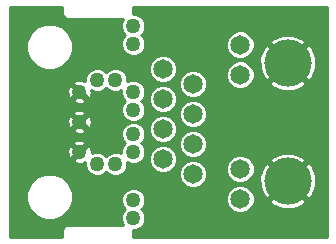
<source format=gbr>
G04 #@! TF.FileFunction,Copper,L2,Inr,Plane*
%FSLAX46Y46*%
G04 Gerber Fmt 4.6, Leading zero omitted, Abs format (unit mm)*
G04 Created by KiCad (PCBNEW 4.0.7) date Sun Apr 29 11:23:18 2018*
%MOMM*%
%LPD*%
G01*
G04 APERTURE LIST*
%ADD10C,0.100000*%
%ADD11C,1.270000*%
%ADD12C,1.651000*%
%ADD13C,4.000000*%
%ADD14C,1.143000*%
%ADD15C,0.254000*%
G04 APERTURE END LIST*
D10*
D11*
X134620000Y-104140000D03*
X134620000Y-99060000D03*
X134620000Y-101600000D03*
D12*
X144250000Y-106040000D03*
X141710000Y-104770000D03*
X144250000Y-103500000D03*
X141710000Y-102230000D03*
X144250000Y-100960000D03*
X141710000Y-99690000D03*
X144250000Y-98420000D03*
X141710000Y-97150000D03*
D13*
X152250000Y-106600000D03*
X152250000Y-96600000D03*
D12*
X148250000Y-108130000D03*
X148250000Y-105590000D03*
X148250000Y-97610000D03*
X148250000Y-95070000D03*
D14*
X129540000Y-101600000D03*
D11*
X136144000Y-98044000D03*
X137668000Y-98044000D03*
X139192000Y-99060000D03*
X139192000Y-100584000D03*
X139192000Y-102616000D03*
X139192000Y-104140000D03*
X137668000Y-105156000D03*
X136144000Y-105156000D03*
X139192000Y-109728000D03*
X139192000Y-108204000D03*
X139192000Y-94996000D03*
X139192000Y-93472000D03*
D15*
G36*
X133173254Y-92456000D02*
X133206043Y-92620839D01*
X133299417Y-92760583D01*
X133439161Y-92853957D01*
X133604000Y-92886746D01*
X138340539Y-92886746D01*
X138331394Y-92895875D01*
X138176430Y-93269069D01*
X138176078Y-93673158D01*
X138330390Y-94046622D01*
X138517517Y-94234076D01*
X138331394Y-94419875D01*
X138176430Y-94793069D01*
X138176078Y-95197158D01*
X138330390Y-95570622D01*
X138615875Y-95856606D01*
X138989069Y-96011570D01*
X139393158Y-96011922D01*
X139766622Y-95857610D01*
X140052606Y-95572125D01*
X140161913Y-95308885D01*
X147043545Y-95308885D01*
X147226798Y-95752391D01*
X147565824Y-96092010D01*
X148009010Y-96276036D01*
X148488885Y-96276455D01*
X148776526Y-96157604D01*
X149863266Y-96157604D01*
X149875648Y-97104643D01*
X150214243Y-97922084D01*
X150513528Y-98156867D01*
X152070395Y-96600000D01*
X152429605Y-96600000D01*
X153986472Y-98156867D01*
X154285757Y-97922084D01*
X154636734Y-97042396D01*
X154624352Y-96095357D01*
X154285757Y-95277916D01*
X153986472Y-95043133D01*
X152429605Y-96600000D01*
X152070395Y-96600000D01*
X150513528Y-95043133D01*
X150214243Y-95277916D01*
X149863266Y-96157604D01*
X148776526Y-96157604D01*
X148932391Y-96093202D01*
X149272010Y-95754176D01*
X149456036Y-95310990D01*
X149456426Y-94863528D01*
X150693133Y-94863528D01*
X152250000Y-96420395D01*
X153806867Y-94863528D01*
X153572084Y-94564243D01*
X152692396Y-94213266D01*
X151745357Y-94225648D01*
X150927916Y-94564243D01*
X150693133Y-94863528D01*
X149456426Y-94863528D01*
X149456455Y-94831115D01*
X149273202Y-94387609D01*
X148934176Y-94047990D01*
X148490990Y-93863964D01*
X148011115Y-93863545D01*
X147567609Y-94046798D01*
X147227990Y-94385824D01*
X147043964Y-94829010D01*
X147043545Y-95308885D01*
X140161913Y-95308885D01*
X140207570Y-95198931D01*
X140207922Y-94794842D01*
X140053610Y-94421378D01*
X139866483Y-94233924D01*
X140052606Y-94048125D01*
X140207570Y-93674931D01*
X140207922Y-93270842D01*
X140053610Y-92897378D01*
X139768125Y-92611394D01*
X139394931Y-92456430D01*
X139114709Y-92456186D01*
X139114746Y-92456000D01*
X139114746Y-91870746D01*
X155569254Y-91870746D01*
X155569254Y-111329254D01*
X139114746Y-111329254D01*
X139114746Y-110744000D01*
X139114682Y-110743679D01*
X139393158Y-110743922D01*
X139766622Y-110589610D01*
X140052606Y-110304125D01*
X140207570Y-109930931D01*
X140207922Y-109526842D01*
X140053610Y-109153378D01*
X139866483Y-108965924D01*
X140052606Y-108780125D01*
X140207570Y-108406931D01*
X140207603Y-108368885D01*
X147043545Y-108368885D01*
X147226798Y-108812391D01*
X147565824Y-109152010D01*
X148009010Y-109336036D01*
X148488885Y-109336455D01*
X148932391Y-109153202D01*
X149272010Y-108814176D01*
X149456036Y-108370990D01*
X149456066Y-108336472D01*
X150693133Y-108336472D01*
X150927916Y-108635757D01*
X151807604Y-108986734D01*
X152754643Y-108974352D01*
X153572084Y-108635757D01*
X153806867Y-108336472D01*
X152250000Y-106779605D01*
X150693133Y-108336472D01*
X149456066Y-108336472D01*
X149456455Y-107891115D01*
X149273202Y-107447609D01*
X148934176Y-107107990D01*
X148490990Y-106923964D01*
X148011115Y-106923545D01*
X147567609Y-107106798D01*
X147227990Y-107445824D01*
X147043964Y-107889010D01*
X147043545Y-108368885D01*
X140207603Y-108368885D01*
X140207922Y-108002842D01*
X140053610Y-107629378D01*
X139768125Y-107343394D01*
X139394931Y-107188430D01*
X138990842Y-107188078D01*
X138617378Y-107342390D01*
X138331394Y-107627875D01*
X138176430Y-108001069D01*
X138176078Y-108405158D01*
X138330390Y-108778622D01*
X138517517Y-108966076D01*
X138331394Y-109151875D01*
X138176430Y-109525069D01*
X138176078Y-109929158D01*
X138330390Y-110302622D01*
X138341003Y-110313254D01*
X133604000Y-110313254D01*
X133439161Y-110346043D01*
X133299417Y-110439417D01*
X133206043Y-110579161D01*
X133173254Y-110744000D01*
X133173254Y-111329254D01*
X128700746Y-111329254D01*
X128700746Y-108339791D01*
X130111413Y-108339791D01*
X130410429Y-109063465D01*
X130963623Y-109617625D01*
X131686774Y-109917903D01*
X132469791Y-109918587D01*
X133193465Y-109619571D01*
X133747625Y-109066377D01*
X134047903Y-108343226D01*
X134048587Y-107560209D01*
X133749571Y-106836535D01*
X133196377Y-106282375D01*
X133187973Y-106278885D01*
X143043545Y-106278885D01*
X143226798Y-106722391D01*
X143565824Y-107062010D01*
X144009010Y-107246036D01*
X144488885Y-107246455D01*
X144932391Y-107063202D01*
X145272010Y-106724176D01*
X145456036Y-106280990D01*
X145456430Y-105828885D01*
X147043545Y-105828885D01*
X147226798Y-106272391D01*
X147565824Y-106612010D01*
X148009010Y-106796036D01*
X148488885Y-106796455D01*
X148932391Y-106613202D01*
X149272010Y-106274176D01*
X149320414Y-106157604D01*
X149863266Y-106157604D01*
X149875648Y-107104643D01*
X150214243Y-107922084D01*
X150513528Y-108156867D01*
X152070395Y-106600000D01*
X152429605Y-106600000D01*
X153986472Y-108156867D01*
X154285757Y-107922084D01*
X154636734Y-107042396D01*
X154624352Y-106095357D01*
X154285757Y-105277916D01*
X153986472Y-105043133D01*
X152429605Y-106600000D01*
X152070395Y-106600000D01*
X150513528Y-105043133D01*
X150214243Y-105277916D01*
X149863266Y-106157604D01*
X149320414Y-106157604D01*
X149456036Y-105830990D01*
X149456455Y-105351115D01*
X149273202Y-104907609D01*
X149229198Y-104863528D01*
X150693133Y-104863528D01*
X152250000Y-106420395D01*
X153806867Y-104863528D01*
X153572084Y-104564243D01*
X152692396Y-104213266D01*
X151745357Y-104225648D01*
X150927916Y-104564243D01*
X150693133Y-104863528D01*
X149229198Y-104863528D01*
X148934176Y-104567990D01*
X148490990Y-104383964D01*
X148011115Y-104383545D01*
X147567609Y-104566798D01*
X147227990Y-104905824D01*
X147043964Y-105349010D01*
X147043545Y-105828885D01*
X145456430Y-105828885D01*
X145456455Y-105801115D01*
X145273202Y-105357609D01*
X144934176Y-105017990D01*
X144490990Y-104833964D01*
X144011115Y-104833545D01*
X143567609Y-105016798D01*
X143227990Y-105355824D01*
X143043964Y-105799010D01*
X143043545Y-106278885D01*
X133187973Y-106278885D01*
X132473226Y-105982097D01*
X131690209Y-105981413D01*
X130966535Y-106280429D01*
X130412375Y-106833623D01*
X130112097Y-107556774D01*
X130111413Y-108339791D01*
X128700746Y-108339791D01*
X128700746Y-104888716D01*
X134050889Y-104888716D01*
X134118601Y-105046181D01*
X134503549Y-105169079D01*
X134906225Y-105135309D01*
X135121399Y-105046181D01*
X135128363Y-105029986D01*
X135128078Y-105357158D01*
X135282390Y-105730622D01*
X135567875Y-106016606D01*
X135941069Y-106171570D01*
X136345158Y-106171922D01*
X136718622Y-106017610D01*
X136906076Y-105830483D01*
X137091875Y-106016606D01*
X137465069Y-106171570D01*
X137869158Y-106171922D01*
X138242622Y-106017610D01*
X138528606Y-105732125D01*
X138683570Y-105358931D01*
X138683858Y-105028835D01*
X138989069Y-105155570D01*
X139393158Y-105155922D01*
X139749015Y-105008885D01*
X140503545Y-105008885D01*
X140686798Y-105452391D01*
X141025824Y-105792010D01*
X141469010Y-105976036D01*
X141948885Y-105976455D01*
X142392391Y-105793202D01*
X142732010Y-105454176D01*
X142916036Y-105010990D01*
X142916455Y-104531115D01*
X142733202Y-104087609D01*
X142394176Y-103747990D01*
X142372249Y-103738885D01*
X143043545Y-103738885D01*
X143226798Y-104182391D01*
X143565824Y-104522010D01*
X144009010Y-104706036D01*
X144488885Y-104706455D01*
X144932391Y-104523202D01*
X145272010Y-104184176D01*
X145456036Y-103740990D01*
X145456455Y-103261115D01*
X145273202Y-102817609D01*
X144934176Y-102477990D01*
X144490990Y-102293964D01*
X144011115Y-102293545D01*
X143567609Y-102476798D01*
X143227990Y-102815824D01*
X143043964Y-103259010D01*
X143043545Y-103738885D01*
X142372249Y-103738885D01*
X141950990Y-103563964D01*
X141471115Y-103563545D01*
X141027609Y-103746798D01*
X140687990Y-104085824D01*
X140503964Y-104529010D01*
X140503545Y-105008885D01*
X139749015Y-105008885D01*
X139766622Y-105001610D01*
X140052606Y-104716125D01*
X140207570Y-104342931D01*
X140207922Y-103938842D01*
X140053610Y-103565378D01*
X139866483Y-103377924D01*
X140052606Y-103192125D01*
X140207570Y-102818931D01*
X140207874Y-102468885D01*
X140503545Y-102468885D01*
X140686798Y-102912391D01*
X141025824Y-103252010D01*
X141469010Y-103436036D01*
X141948885Y-103436455D01*
X142392391Y-103253202D01*
X142732010Y-102914176D01*
X142916036Y-102470990D01*
X142916455Y-101991115D01*
X142733202Y-101547609D01*
X142394176Y-101207990D01*
X142372249Y-101198885D01*
X143043545Y-101198885D01*
X143226798Y-101642391D01*
X143565824Y-101982010D01*
X144009010Y-102166036D01*
X144488885Y-102166455D01*
X144932391Y-101983202D01*
X145272010Y-101644176D01*
X145456036Y-101200990D01*
X145456455Y-100721115D01*
X145273202Y-100277609D01*
X144934176Y-99937990D01*
X144490990Y-99753964D01*
X144011115Y-99753545D01*
X143567609Y-99936798D01*
X143227990Y-100275824D01*
X143043964Y-100719010D01*
X143043545Y-101198885D01*
X142372249Y-101198885D01*
X141950990Y-101023964D01*
X141471115Y-101023545D01*
X141027609Y-101206798D01*
X140687990Y-101545824D01*
X140503964Y-101989010D01*
X140503545Y-102468885D01*
X140207874Y-102468885D01*
X140207922Y-102414842D01*
X140053610Y-102041378D01*
X139768125Y-101755394D01*
X139394931Y-101600430D01*
X138990842Y-101600078D01*
X138617378Y-101754390D01*
X138331394Y-102039875D01*
X138176430Y-102413069D01*
X138176078Y-102817158D01*
X138330390Y-103190622D01*
X138517517Y-103378076D01*
X138331394Y-103563875D01*
X138176430Y-103937069D01*
X138176142Y-104267165D01*
X137870931Y-104140430D01*
X137466842Y-104140078D01*
X137093378Y-104294390D01*
X136905924Y-104481517D01*
X136720125Y-104295394D01*
X136346931Y-104140430D01*
X135942842Y-104140078D01*
X135647237Y-104262219D01*
X135649079Y-104256451D01*
X135615309Y-103853775D01*
X135526181Y-103638601D01*
X135368716Y-103570889D01*
X134799605Y-104140000D01*
X134813748Y-104154143D01*
X134634143Y-104333748D01*
X134620000Y-104319605D01*
X134050889Y-104888716D01*
X128700746Y-104888716D01*
X128700746Y-104023549D01*
X133590921Y-104023549D01*
X133624691Y-104426225D01*
X133713819Y-104641399D01*
X133871284Y-104709111D01*
X134440395Y-104140000D01*
X133871284Y-103570889D01*
X133713819Y-103638601D01*
X133590921Y-104023549D01*
X128700746Y-104023549D01*
X128700746Y-103391284D01*
X134050889Y-103391284D01*
X134620000Y-103960395D01*
X135189111Y-103391284D01*
X135121399Y-103233819D01*
X134736451Y-103110921D01*
X134333775Y-103144691D01*
X134118601Y-103233819D01*
X134050889Y-103391284D01*
X128700746Y-103391284D01*
X128700746Y-102348716D01*
X134050889Y-102348716D01*
X134118601Y-102506181D01*
X134503549Y-102629079D01*
X134906225Y-102595309D01*
X135121399Y-102506181D01*
X135189111Y-102348716D01*
X134620000Y-101779605D01*
X134050889Y-102348716D01*
X128700746Y-102348716D01*
X128700746Y-101483549D01*
X133590921Y-101483549D01*
X133624691Y-101886225D01*
X133713819Y-102101399D01*
X133871284Y-102169111D01*
X134440395Y-101600000D01*
X134799605Y-101600000D01*
X135368716Y-102169111D01*
X135526181Y-102101399D01*
X135649079Y-101716451D01*
X135615309Y-101313775D01*
X135526181Y-101098601D01*
X135368716Y-101030889D01*
X134799605Y-101600000D01*
X134440395Y-101600000D01*
X133871284Y-101030889D01*
X133713819Y-101098601D01*
X133590921Y-101483549D01*
X128700746Y-101483549D01*
X128700746Y-100851284D01*
X134050889Y-100851284D01*
X134620000Y-101420395D01*
X135189111Y-100851284D01*
X135121399Y-100693819D01*
X134736451Y-100570921D01*
X134333775Y-100604691D01*
X134118601Y-100693819D01*
X134050889Y-100851284D01*
X128700746Y-100851284D01*
X128700746Y-99808716D01*
X134050889Y-99808716D01*
X134118601Y-99966181D01*
X134503549Y-100089079D01*
X134906225Y-100055309D01*
X135121399Y-99966181D01*
X135189111Y-99808716D01*
X134620000Y-99239605D01*
X134050889Y-99808716D01*
X128700746Y-99808716D01*
X128700746Y-98943549D01*
X133590921Y-98943549D01*
X133624691Y-99346225D01*
X133713819Y-99561399D01*
X133871284Y-99629111D01*
X134440395Y-99060000D01*
X133871284Y-98490889D01*
X133713819Y-98558601D01*
X133590921Y-98943549D01*
X128700746Y-98943549D01*
X128700746Y-98311284D01*
X134050889Y-98311284D01*
X134620000Y-98880395D01*
X134634143Y-98866253D01*
X134813748Y-99045858D01*
X134799605Y-99060000D01*
X135368716Y-99629111D01*
X135526181Y-99561399D01*
X135649079Y-99176451D01*
X135628388Y-98929733D01*
X135941069Y-99059570D01*
X136345158Y-99059922D01*
X136718622Y-98905610D01*
X136906076Y-98718483D01*
X137091875Y-98904606D01*
X137465069Y-99059570D01*
X137869158Y-99059922D01*
X138176364Y-98932987D01*
X138176078Y-99261158D01*
X138330390Y-99634622D01*
X138517517Y-99822076D01*
X138331394Y-100007875D01*
X138176430Y-100381069D01*
X138176078Y-100785158D01*
X138330390Y-101158622D01*
X138615875Y-101444606D01*
X138989069Y-101599570D01*
X139393158Y-101599922D01*
X139766622Y-101445610D01*
X140052606Y-101160125D01*
X140207570Y-100786931D01*
X140207922Y-100382842D01*
X140053610Y-100009378D01*
X139973258Y-99928885D01*
X140503545Y-99928885D01*
X140686798Y-100372391D01*
X141025824Y-100712010D01*
X141469010Y-100896036D01*
X141948885Y-100896455D01*
X142392391Y-100713202D01*
X142732010Y-100374176D01*
X142916036Y-99930990D01*
X142916455Y-99451115D01*
X142733202Y-99007609D01*
X142394176Y-98667990D01*
X142372249Y-98658885D01*
X143043545Y-98658885D01*
X143226798Y-99102391D01*
X143565824Y-99442010D01*
X144009010Y-99626036D01*
X144488885Y-99626455D01*
X144932391Y-99443202D01*
X145272010Y-99104176D01*
X145456036Y-98660990D01*
X145456455Y-98181115D01*
X145319181Y-97848885D01*
X147043545Y-97848885D01*
X147226798Y-98292391D01*
X147565824Y-98632010D01*
X148009010Y-98816036D01*
X148488885Y-98816455D01*
X148932391Y-98633202D01*
X149229640Y-98336472D01*
X150693133Y-98336472D01*
X150927916Y-98635757D01*
X151807604Y-98986734D01*
X152754643Y-98974352D01*
X153572084Y-98635757D01*
X153806867Y-98336472D01*
X152250000Y-96779605D01*
X150693133Y-98336472D01*
X149229640Y-98336472D01*
X149272010Y-98294176D01*
X149456036Y-97850990D01*
X149456455Y-97371115D01*
X149273202Y-96927609D01*
X148934176Y-96587990D01*
X148490990Y-96403964D01*
X148011115Y-96403545D01*
X147567609Y-96586798D01*
X147227990Y-96925824D01*
X147043964Y-97369010D01*
X147043545Y-97848885D01*
X145319181Y-97848885D01*
X145273202Y-97737609D01*
X144934176Y-97397990D01*
X144490990Y-97213964D01*
X144011115Y-97213545D01*
X143567609Y-97396798D01*
X143227990Y-97735824D01*
X143043964Y-98179010D01*
X143043545Y-98658885D01*
X142372249Y-98658885D01*
X141950990Y-98483964D01*
X141471115Y-98483545D01*
X141027609Y-98666798D01*
X140687990Y-99005824D01*
X140503964Y-99449010D01*
X140503545Y-99928885D01*
X139973258Y-99928885D01*
X139866483Y-99821924D01*
X140052606Y-99636125D01*
X140207570Y-99262931D01*
X140207922Y-98858842D01*
X140053610Y-98485378D01*
X139768125Y-98199394D01*
X139394931Y-98044430D01*
X138990842Y-98044078D01*
X138683636Y-98171013D01*
X138683922Y-97842842D01*
X138529610Y-97469378D01*
X138449258Y-97388885D01*
X140503545Y-97388885D01*
X140686798Y-97832391D01*
X141025824Y-98172010D01*
X141469010Y-98356036D01*
X141948885Y-98356455D01*
X142392391Y-98173202D01*
X142732010Y-97834176D01*
X142916036Y-97390990D01*
X142916455Y-96911115D01*
X142733202Y-96467609D01*
X142394176Y-96127990D01*
X141950990Y-95943964D01*
X141471115Y-95943545D01*
X141027609Y-96126798D01*
X140687990Y-96465824D01*
X140503964Y-96909010D01*
X140503545Y-97388885D01*
X138449258Y-97388885D01*
X138244125Y-97183394D01*
X137870931Y-97028430D01*
X137466842Y-97028078D01*
X137093378Y-97182390D01*
X136905924Y-97369517D01*
X136720125Y-97183394D01*
X136346931Y-97028430D01*
X135942842Y-97028078D01*
X135569378Y-97182390D01*
X135283394Y-97467875D01*
X135128430Y-97841069D01*
X135128144Y-98169504D01*
X135121399Y-98153819D01*
X134736451Y-98030921D01*
X134333775Y-98064691D01*
X134118601Y-98153819D01*
X134050889Y-98311284D01*
X128700746Y-98311284D01*
X128700746Y-95639791D01*
X130111413Y-95639791D01*
X130410429Y-96363465D01*
X130963623Y-96917625D01*
X131686774Y-97217903D01*
X132469791Y-97218587D01*
X133193465Y-96919571D01*
X133747625Y-96366377D01*
X134047903Y-95643226D01*
X134048587Y-94860209D01*
X133749571Y-94136535D01*
X133196377Y-93582375D01*
X132473226Y-93282097D01*
X131690209Y-93281413D01*
X130966535Y-93580429D01*
X130412375Y-94133623D01*
X130112097Y-94856774D01*
X130111413Y-95639791D01*
X128700746Y-95639791D01*
X128700746Y-91870746D01*
X133173254Y-91870746D01*
X133173254Y-92456000D01*
X133173254Y-92456000D01*
G37*
X133173254Y-92456000D02*
X133206043Y-92620839D01*
X133299417Y-92760583D01*
X133439161Y-92853957D01*
X133604000Y-92886746D01*
X138340539Y-92886746D01*
X138331394Y-92895875D01*
X138176430Y-93269069D01*
X138176078Y-93673158D01*
X138330390Y-94046622D01*
X138517517Y-94234076D01*
X138331394Y-94419875D01*
X138176430Y-94793069D01*
X138176078Y-95197158D01*
X138330390Y-95570622D01*
X138615875Y-95856606D01*
X138989069Y-96011570D01*
X139393158Y-96011922D01*
X139766622Y-95857610D01*
X140052606Y-95572125D01*
X140161913Y-95308885D01*
X147043545Y-95308885D01*
X147226798Y-95752391D01*
X147565824Y-96092010D01*
X148009010Y-96276036D01*
X148488885Y-96276455D01*
X148776526Y-96157604D01*
X149863266Y-96157604D01*
X149875648Y-97104643D01*
X150214243Y-97922084D01*
X150513528Y-98156867D01*
X152070395Y-96600000D01*
X152429605Y-96600000D01*
X153986472Y-98156867D01*
X154285757Y-97922084D01*
X154636734Y-97042396D01*
X154624352Y-96095357D01*
X154285757Y-95277916D01*
X153986472Y-95043133D01*
X152429605Y-96600000D01*
X152070395Y-96600000D01*
X150513528Y-95043133D01*
X150214243Y-95277916D01*
X149863266Y-96157604D01*
X148776526Y-96157604D01*
X148932391Y-96093202D01*
X149272010Y-95754176D01*
X149456036Y-95310990D01*
X149456426Y-94863528D01*
X150693133Y-94863528D01*
X152250000Y-96420395D01*
X153806867Y-94863528D01*
X153572084Y-94564243D01*
X152692396Y-94213266D01*
X151745357Y-94225648D01*
X150927916Y-94564243D01*
X150693133Y-94863528D01*
X149456426Y-94863528D01*
X149456455Y-94831115D01*
X149273202Y-94387609D01*
X148934176Y-94047990D01*
X148490990Y-93863964D01*
X148011115Y-93863545D01*
X147567609Y-94046798D01*
X147227990Y-94385824D01*
X147043964Y-94829010D01*
X147043545Y-95308885D01*
X140161913Y-95308885D01*
X140207570Y-95198931D01*
X140207922Y-94794842D01*
X140053610Y-94421378D01*
X139866483Y-94233924D01*
X140052606Y-94048125D01*
X140207570Y-93674931D01*
X140207922Y-93270842D01*
X140053610Y-92897378D01*
X139768125Y-92611394D01*
X139394931Y-92456430D01*
X139114709Y-92456186D01*
X139114746Y-92456000D01*
X139114746Y-91870746D01*
X155569254Y-91870746D01*
X155569254Y-111329254D01*
X139114746Y-111329254D01*
X139114746Y-110744000D01*
X139114682Y-110743679D01*
X139393158Y-110743922D01*
X139766622Y-110589610D01*
X140052606Y-110304125D01*
X140207570Y-109930931D01*
X140207922Y-109526842D01*
X140053610Y-109153378D01*
X139866483Y-108965924D01*
X140052606Y-108780125D01*
X140207570Y-108406931D01*
X140207603Y-108368885D01*
X147043545Y-108368885D01*
X147226798Y-108812391D01*
X147565824Y-109152010D01*
X148009010Y-109336036D01*
X148488885Y-109336455D01*
X148932391Y-109153202D01*
X149272010Y-108814176D01*
X149456036Y-108370990D01*
X149456066Y-108336472D01*
X150693133Y-108336472D01*
X150927916Y-108635757D01*
X151807604Y-108986734D01*
X152754643Y-108974352D01*
X153572084Y-108635757D01*
X153806867Y-108336472D01*
X152250000Y-106779605D01*
X150693133Y-108336472D01*
X149456066Y-108336472D01*
X149456455Y-107891115D01*
X149273202Y-107447609D01*
X148934176Y-107107990D01*
X148490990Y-106923964D01*
X148011115Y-106923545D01*
X147567609Y-107106798D01*
X147227990Y-107445824D01*
X147043964Y-107889010D01*
X147043545Y-108368885D01*
X140207603Y-108368885D01*
X140207922Y-108002842D01*
X140053610Y-107629378D01*
X139768125Y-107343394D01*
X139394931Y-107188430D01*
X138990842Y-107188078D01*
X138617378Y-107342390D01*
X138331394Y-107627875D01*
X138176430Y-108001069D01*
X138176078Y-108405158D01*
X138330390Y-108778622D01*
X138517517Y-108966076D01*
X138331394Y-109151875D01*
X138176430Y-109525069D01*
X138176078Y-109929158D01*
X138330390Y-110302622D01*
X138341003Y-110313254D01*
X133604000Y-110313254D01*
X133439161Y-110346043D01*
X133299417Y-110439417D01*
X133206043Y-110579161D01*
X133173254Y-110744000D01*
X133173254Y-111329254D01*
X128700746Y-111329254D01*
X128700746Y-108339791D01*
X130111413Y-108339791D01*
X130410429Y-109063465D01*
X130963623Y-109617625D01*
X131686774Y-109917903D01*
X132469791Y-109918587D01*
X133193465Y-109619571D01*
X133747625Y-109066377D01*
X134047903Y-108343226D01*
X134048587Y-107560209D01*
X133749571Y-106836535D01*
X133196377Y-106282375D01*
X133187973Y-106278885D01*
X143043545Y-106278885D01*
X143226798Y-106722391D01*
X143565824Y-107062010D01*
X144009010Y-107246036D01*
X144488885Y-107246455D01*
X144932391Y-107063202D01*
X145272010Y-106724176D01*
X145456036Y-106280990D01*
X145456430Y-105828885D01*
X147043545Y-105828885D01*
X147226798Y-106272391D01*
X147565824Y-106612010D01*
X148009010Y-106796036D01*
X148488885Y-106796455D01*
X148932391Y-106613202D01*
X149272010Y-106274176D01*
X149320414Y-106157604D01*
X149863266Y-106157604D01*
X149875648Y-107104643D01*
X150214243Y-107922084D01*
X150513528Y-108156867D01*
X152070395Y-106600000D01*
X152429605Y-106600000D01*
X153986472Y-108156867D01*
X154285757Y-107922084D01*
X154636734Y-107042396D01*
X154624352Y-106095357D01*
X154285757Y-105277916D01*
X153986472Y-105043133D01*
X152429605Y-106600000D01*
X152070395Y-106600000D01*
X150513528Y-105043133D01*
X150214243Y-105277916D01*
X149863266Y-106157604D01*
X149320414Y-106157604D01*
X149456036Y-105830990D01*
X149456455Y-105351115D01*
X149273202Y-104907609D01*
X149229198Y-104863528D01*
X150693133Y-104863528D01*
X152250000Y-106420395D01*
X153806867Y-104863528D01*
X153572084Y-104564243D01*
X152692396Y-104213266D01*
X151745357Y-104225648D01*
X150927916Y-104564243D01*
X150693133Y-104863528D01*
X149229198Y-104863528D01*
X148934176Y-104567990D01*
X148490990Y-104383964D01*
X148011115Y-104383545D01*
X147567609Y-104566798D01*
X147227990Y-104905824D01*
X147043964Y-105349010D01*
X147043545Y-105828885D01*
X145456430Y-105828885D01*
X145456455Y-105801115D01*
X145273202Y-105357609D01*
X144934176Y-105017990D01*
X144490990Y-104833964D01*
X144011115Y-104833545D01*
X143567609Y-105016798D01*
X143227990Y-105355824D01*
X143043964Y-105799010D01*
X143043545Y-106278885D01*
X133187973Y-106278885D01*
X132473226Y-105982097D01*
X131690209Y-105981413D01*
X130966535Y-106280429D01*
X130412375Y-106833623D01*
X130112097Y-107556774D01*
X130111413Y-108339791D01*
X128700746Y-108339791D01*
X128700746Y-104888716D01*
X134050889Y-104888716D01*
X134118601Y-105046181D01*
X134503549Y-105169079D01*
X134906225Y-105135309D01*
X135121399Y-105046181D01*
X135128363Y-105029986D01*
X135128078Y-105357158D01*
X135282390Y-105730622D01*
X135567875Y-106016606D01*
X135941069Y-106171570D01*
X136345158Y-106171922D01*
X136718622Y-106017610D01*
X136906076Y-105830483D01*
X137091875Y-106016606D01*
X137465069Y-106171570D01*
X137869158Y-106171922D01*
X138242622Y-106017610D01*
X138528606Y-105732125D01*
X138683570Y-105358931D01*
X138683858Y-105028835D01*
X138989069Y-105155570D01*
X139393158Y-105155922D01*
X139749015Y-105008885D01*
X140503545Y-105008885D01*
X140686798Y-105452391D01*
X141025824Y-105792010D01*
X141469010Y-105976036D01*
X141948885Y-105976455D01*
X142392391Y-105793202D01*
X142732010Y-105454176D01*
X142916036Y-105010990D01*
X142916455Y-104531115D01*
X142733202Y-104087609D01*
X142394176Y-103747990D01*
X142372249Y-103738885D01*
X143043545Y-103738885D01*
X143226798Y-104182391D01*
X143565824Y-104522010D01*
X144009010Y-104706036D01*
X144488885Y-104706455D01*
X144932391Y-104523202D01*
X145272010Y-104184176D01*
X145456036Y-103740990D01*
X145456455Y-103261115D01*
X145273202Y-102817609D01*
X144934176Y-102477990D01*
X144490990Y-102293964D01*
X144011115Y-102293545D01*
X143567609Y-102476798D01*
X143227990Y-102815824D01*
X143043964Y-103259010D01*
X143043545Y-103738885D01*
X142372249Y-103738885D01*
X141950990Y-103563964D01*
X141471115Y-103563545D01*
X141027609Y-103746798D01*
X140687990Y-104085824D01*
X140503964Y-104529010D01*
X140503545Y-105008885D01*
X139749015Y-105008885D01*
X139766622Y-105001610D01*
X140052606Y-104716125D01*
X140207570Y-104342931D01*
X140207922Y-103938842D01*
X140053610Y-103565378D01*
X139866483Y-103377924D01*
X140052606Y-103192125D01*
X140207570Y-102818931D01*
X140207874Y-102468885D01*
X140503545Y-102468885D01*
X140686798Y-102912391D01*
X141025824Y-103252010D01*
X141469010Y-103436036D01*
X141948885Y-103436455D01*
X142392391Y-103253202D01*
X142732010Y-102914176D01*
X142916036Y-102470990D01*
X142916455Y-101991115D01*
X142733202Y-101547609D01*
X142394176Y-101207990D01*
X142372249Y-101198885D01*
X143043545Y-101198885D01*
X143226798Y-101642391D01*
X143565824Y-101982010D01*
X144009010Y-102166036D01*
X144488885Y-102166455D01*
X144932391Y-101983202D01*
X145272010Y-101644176D01*
X145456036Y-101200990D01*
X145456455Y-100721115D01*
X145273202Y-100277609D01*
X144934176Y-99937990D01*
X144490990Y-99753964D01*
X144011115Y-99753545D01*
X143567609Y-99936798D01*
X143227990Y-100275824D01*
X143043964Y-100719010D01*
X143043545Y-101198885D01*
X142372249Y-101198885D01*
X141950990Y-101023964D01*
X141471115Y-101023545D01*
X141027609Y-101206798D01*
X140687990Y-101545824D01*
X140503964Y-101989010D01*
X140503545Y-102468885D01*
X140207874Y-102468885D01*
X140207922Y-102414842D01*
X140053610Y-102041378D01*
X139768125Y-101755394D01*
X139394931Y-101600430D01*
X138990842Y-101600078D01*
X138617378Y-101754390D01*
X138331394Y-102039875D01*
X138176430Y-102413069D01*
X138176078Y-102817158D01*
X138330390Y-103190622D01*
X138517517Y-103378076D01*
X138331394Y-103563875D01*
X138176430Y-103937069D01*
X138176142Y-104267165D01*
X137870931Y-104140430D01*
X137466842Y-104140078D01*
X137093378Y-104294390D01*
X136905924Y-104481517D01*
X136720125Y-104295394D01*
X136346931Y-104140430D01*
X135942842Y-104140078D01*
X135647237Y-104262219D01*
X135649079Y-104256451D01*
X135615309Y-103853775D01*
X135526181Y-103638601D01*
X135368716Y-103570889D01*
X134799605Y-104140000D01*
X134813748Y-104154143D01*
X134634143Y-104333748D01*
X134620000Y-104319605D01*
X134050889Y-104888716D01*
X128700746Y-104888716D01*
X128700746Y-104023549D01*
X133590921Y-104023549D01*
X133624691Y-104426225D01*
X133713819Y-104641399D01*
X133871284Y-104709111D01*
X134440395Y-104140000D01*
X133871284Y-103570889D01*
X133713819Y-103638601D01*
X133590921Y-104023549D01*
X128700746Y-104023549D01*
X128700746Y-103391284D01*
X134050889Y-103391284D01*
X134620000Y-103960395D01*
X135189111Y-103391284D01*
X135121399Y-103233819D01*
X134736451Y-103110921D01*
X134333775Y-103144691D01*
X134118601Y-103233819D01*
X134050889Y-103391284D01*
X128700746Y-103391284D01*
X128700746Y-102348716D01*
X134050889Y-102348716D01*
X134118601Y-102506181D01*
X134503549Y-102629079D01*
X134906225Y-102595309D01*
X135121399Y-102506181D01*
X135189111Y-102348716D01*
X134620000Y-101779605D01*
X134050889Y-102348716D01*
X128700746Y-102348716D01*
X128700746Y-101483549D01*
X133590921Y-101483549D01*
X133624691Y-101886225D01*
X133713819Y-102101399D01*
X133871284Y-102169111D01*
X134440395Y-101600000D01*
X134799605Y-101600000D01*
X135368716Y-102169111D01*
X135526181Y-102101399D01*
X135649079Y-101716451D01*
X135615309Y-101313775D01*
X135526181Y-101098601D01*
X135368716Y-101030889D01*
X134799605Y-101600000D01*
X134440395Y-101600000D01*
X133871284Y-101030889D01*
X133713819Y-101098601D01*
X133590921Y-101483549D01*
X128700746Y-101483549D01*
X128700746Y-100851284D01*
X134050889Y-100851284D01*
X134620000Y-101420395D01*
X135189111Y-100851284D01*
X135121399Y-100693819D01*
X134736451Y-100570921D01*
X134333775Y-100604691D01*
X134118601Y-100693819D01*
X134050889Y-100851284D01*
X128700746Y-100851284D01*
X128700746Y-99808716D01*
X134050889Y-99808716D01*
X134118601Y-99966181D01*
X134503549Y-100089079D01*
X134906225Y-100055309D01*
X135121399Y-99966181D01*
X135189111Y-99808716D01*
X134620000Y-99239605D01*
X134050889Y-99808716D01*
X128700746Y-99808716D01*
X128700746Y-98943549D01*
X133590921Y-98943549D01*
X133624691Y-99346225D01*
X133713819Y-99561399D01*
X133871284Y-99629111D01*
X134440395Y-99060000D01*
X133871284Y-98490889D01*
X133713819Y-98558601D01*
X133590921Y-98943549D01*
X128700746Y-98943549D01*
X128700746Y-98311284D01*
X134050889Y-98311284D01*
X134620000Y-98880395D01*
X134634143Y-98866253D01*
X134813748Y-99045858D01*
X134799605Y-99060000D01*
X135368716Y-99629111D01*
X135526181Y-99561399D01*
X135649079Y-99176451D01*
X135628388Y-98929733D01*
X135941069Y-99059570D01*
X136345158Y-99059922D01*
X136718622Y-98905610D01*
X136906076Y-98718483D01*
X137091875Y-98904606D01*
X137465069Y-99059570D01*
X137869158Y-99059922D01*
X138176364Y-98932987D01*
X138176078Y-99261158D01*
X138330390Y-99634622D01*
X138517517Y-99822076D01*
X138331394Y-100007875D01*
X138176430Y-100381069D01*
X138176078Y-100785158D01*
X138330390Y-101158622D01*
X138615875Y-101444606D01*
X138989069Y-101599570D01*
X139393158Y-101599922D01*
X139766622Y-101445610D01*
X140052606Y-101160125D01*
X140207570Y-100786931D01*
X140207922Y-100382842D01*
X140053610Y-100009378D01*
X139973258Y-99928885D01*
X140503545Y-99928885D01*
X140686798Y-100372391D01*
X141025824Y-100712010D01*
X141469010Y-100896036D01*
X141948885Y-100896455D01*
X142392391Y-100713202D01*
X142732010Y-100374176D01*
X142916036Y-99930990D01*
X142916455Y-99451115D01*
X142733202Y-99007609D01*
X142394176Y-98667990D01*
X142372249Y-98658885D01*
X143043545Y-98658885D01*
X143226798Y-99102391D01*
X143565824Y-99442010D01*
X144009010Y-99626036D01*
X144488885Y-99626455D01*
X144932391Y-99443202D01*
X145272010Y-99104176D01*
X145456036Y-98660990D01*
X145456455Y-98181115D01*
X145319181Y-97848885D01*
X147043545Y-97848885D01*
X147226798Y-98292391D01*
X147565824Y-98632010D01*
X148009010Y-98816036D01*
X148488885Y-98816455D01*
X148932391Y-98633202D01*
X149229640Y-98336472D01*
X150693133Y-98336472D01*
X150927916Y-98635757D01*
X151807604Y-98986734D01*
X152754643Y-98974352D01*
X153572084Y-98635757D01*
X153806867Y-98336472D01*
X152250000Y-96779605D01*
X150693133Y-98336472D01*
X149229640Y-98336472D01*
X149272010Y-98294176D01*
X149456036Y-97850990D01*
X149456455Y-97371115D01*
X149273202Y-96927609D01*
X148934176Y-96587990D01*
X148490990Y-96403964D01*
X148011115Y-96403545D01*
X147567609Y-96586798D01*
X147227990Y-96925824D01*
X147043964Y-97369010D01*
X147043545Y-97848885D01*
X145319181Y-97848885D01*
X145273202Y-97737609D01*
X144934176Y-97397990D01*
X144490990Y-97213964D01*
X144011115Y-97213545D01*
X143567609Y-97396798D01*
X143227990Y-97735824D01*
X143043964Y-98179010D01*
X143043545Y-98658885D01*
X142372249Y-98658885D01*
X141950990Y-98483964D01*
X141471115Y-98483545D01*
X141027609Y-98666798D01*
X140687990Y-99005824D01*
X140503964Y-99449010D01*
X140503545Y-99928885D01*
X139973258Y-99928885D01*
X139866483Y-99821924D01*
X140052606Y-99636125D01*
X140207570Y-99262931D01*
X140207922Y-98858842D01*
X140053610Y-98485378D01*
X139768125Y-98199394D01*
X139394931Y-98044430D01*
X138990842Y-98044078D01*
X138683636Y-98171013D01*
X138683922Y-97842842D01*
X138529610Y-97469378D01*
X138449258Y-97388885D01*
X140503545Y-97388885D01*
X140686798Y-97832391D01*
X141025824Y-98172010D01*
X141469010Y-98356036D01*
X141948885Y-98356455D01*
X142392391Y-98173202D01*
X142732010Y-97834176D01*
X142916036Y-97390990D01*
X142916455Y-96911115D01*
X142733202Y-96467609D01*
X142394176Y-96127990D01*
X141950990Y-95943964D01*
X141471115Y-95943545D01*
X141027609Y-96126798D01*
X140687990Y-96465824D01*
X140503964Y-96909010D01*
X140503545Y-97388885D01*
X138449258Y-97388885D01*
X138244125Y-97183394D01*
X137870931Y-97028430D01*
X137466842Y-97028078D01*
X137093378Y-97182390D01*
X136905924Y-97369517D01*
X136720125Y-97183394D01*
X136346931Y-97028430D01*
X135942842Y-97028078D01*
X135569378Y-97182390D01*
X135283394Y-97467875D01*
X135128430Y-97841069D01*
X135128144Y-98169504D01*
X135121399Y-98153819D01*
X134736451Y-98030921D01*
X134333775Y-98064691D01*
X134118601Y-98153819D01*
X134050889Y-98311284D01*
X128700746Y-98311284D01*
X128700746Y-95639791D01*
X130111413Y-95639791D01*
X130410429Y-96363465D01*
X130963623Y-96917625D01*
X131686774Y-97217903D01*
X132469791Y-97218587D01*
X133193465Y-96919571D01*
X133747625Y-96366377D01*
X134047903Y-95643226D01*
X134048587Y-94860209D01*
X133749571Y-94136535D01*
X133196377Y-93582375D01*
X132473226Y-93282097D01*
X131690209Y-93281413D01*
X130966535Y-93580429D01*
X130412375Y-94133623D01*
X130112097Y-94856774D01*
X130111413Y-95639791D01*
X128700746Y-95639791D01*
X128700746Y-91870746D01*
X133173254Y-91870746D01*
X133173254Y-92456000D01*
M02*

</source>
